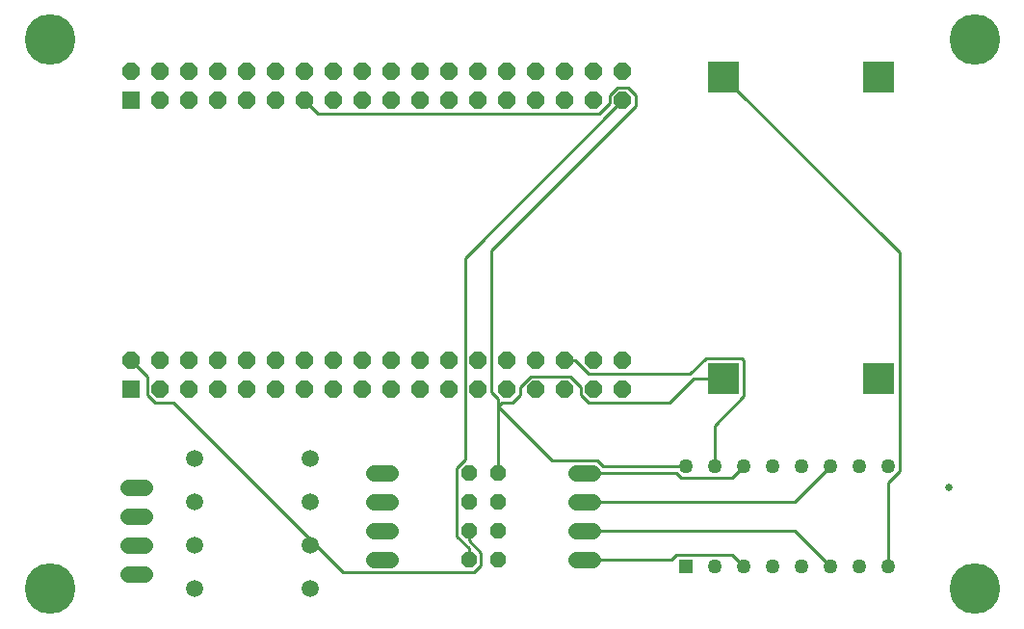
<source format=gbr>
G04 EAGLE Gerber RS-274X export*
G75*
%MOIN*%
%FSLAX34Y34*%
%LPD*%
%INBottom Copper*%
%IPPOS*%
%AMOC8*
5,1,8,0,0,1.08239X$1,22.5*%
G01*
%ADD10R,0.110236X0.110236*%
%ADD11R,0.060000X0.060000*%
%ADD12P,0.064943X8X22.500000*%
%ADD13R,0.049606X0.049606*%
%ADD14C,0.049606*%
%ADD15C,0.056000*%
%ADD16P,0.060614X8X112.500000*%
%ADD17C,0.059055*%
%ADD18C,0.175000*%
%ADD19C,0.025780*%
%ADD20C,0.010000*%


D10*
X24819Y19213D03*
X30181Y19213D03*
X30181Y8787D03*
X24819Y8787D03*
D11*
X4327Y8390D03*
D12*
X4327Y9390D03*
X5327Y8390D03*
X5327Y9390D03*
X6327Y8390D03*
X6327Y9390D03*
X7327Y8390D03*
X7327Y9390D03*
X8327Y8390D03*
X8327Y9390D03*
X9327Y8390D03*
X9327Y9390D03*
X10327Y8390D03*
X10327Y9390D03*
X11327Y8390D03*
X11327Y9390D03*
X12327Y8390D03*
X12327Y9390D03*
X13327Y8390D03*
X13327Y9390D03*
X14327Y8390D03*
X14327Y9390D03*
X15327Y8390D03*
X15327Y9390D03*
X16327Y8390D03*
X16327Y9390D03*
X17327Y8390D03*
X17327Y9390D03*
X18327Y8390D03*
X18327Y9390D03*
X19327Y8390D03*
X19327Y9390D03*
X20327Y8390D03*
X20327Y9390D03*
X21327Y8390D03*
X21327Y9390D03*
D11*
X4327Y18390D03*
D12*
X4327Y19390D03*
X5327Y18390D03*
X5327Y19390D03*
X6327Y18390D03*
X6327Y19390D03*
X7327Y18390D03*
X7327Y19390D03*
X8327Y18390D03*
X8327Y19390D03*
X9327Y18390D03*
X9327Y19390D03*
X10327Y18390D03*
X10327Y19390D03*
X11327Y18390D03*
X11327Y19390D03*
X12327Y18390D03*
X12327Y19390D03*
X13327Y18390D03*
X13327Y19390D03*
X14327Y18390D03*
X14327Y19390D03*
X15327Y18390D03*
X15327Y19390D03*
X16327Y18390D03*
X16327Y19390D03*
X17327Y18390D03*
X17327Y19390D03*
X18327Y18390D03*
X18327Y19390D03*
X19327Y18390D03*
X19327Y19390D03*
X20327Y18390D03*
X20327Y19390D03*
X21327Y18390D03*
X21327Y19390D03*
D13*
X23500Y2268D03*
D14*
X24500Y2268D03*
X25500Y2268D03*
X26500Y2268D03*
X27500Y2268D03*
X28500Y2268D03*
X29500Y2268D03*
X30500Y2268D03*
X30500Y5732D03*
X29500Y5732D03*
X28500Y5732D03*
X27500Y5732D03*
X26500Y5732D03*
X25500Y5732D03*
X24500Y5732D03*
X23500Y5732D03*
D15*
X20280Y2500D02*
X19720Y2500D01*
X19720Y3500D02*
X20280Y3500D01*
X20280Y4500D02*
X19720Y4500D01*
X19720Y5500D02*
X20280Y5500D01*
D16*
X17000Y2500D03*
X16000Y2500D03*
X17000Y3500D03*
X16000Y3500D03*
X17000Y4500D03*
X16000Y4500D03*
X17000Y5500D03*
X16000Y5500D03*
D15*
X13280Y2500D02*
X12720Y2500D01*
X12720Y3500D02*
X13280Y3500D01*
X13280Y4500D02*
X12720Y4500D01*
X12720Y5500D02*
X13280Y5500D01*
X4780Y2000D02*
X4220Y2000D01*
X4220Y3000D02*
X4780Y3000D01*
X4780Y4000D02*
X4220Y4000D01*
X4220Y5000D02*
X4780Y5000D01*
D17*
X10500Y6000D03*
X6500Y6000D03*
X10500Y1500D03*
X6500Y1500D03*
X10500Y3000D03*
X6500Y3000D03*
X10500Y4500D03*
X6500Y4500D03*
D18*
X1500Y1500D03*
X1500Y20500D03*
X33500Y20500D03*
X33500Y1500D03*
D19*
X32600Y5000D03*
D20*
X17000Y5500D02*
X17000Y7800D01*
X17000Y8080D01*
X16777Y8303D01*
X21777Y18203D02*
X21777Y18576D01*
X21513Y18840D01*
X21140Y18840D01*
X20877Y18576D01*
X10777Y17940D02*
X10327Y18390D01*
X20877Y18303D02*
X20877Y18576D01*
X20877Y18303D02*
X20513Y17940D01*
X10777Y17940D01*
X16777Y13203D02*
X16777Y8303D01*
X16777Y13203D02*
X21777Y18203D01*
X20656Y5732D02*
X23500Y5732D01*
X20656Y5732D02*
X20458Y5930D01*
X18870Y5930D02*
X17000Y7800D01*
X18870Y5930D02*
X20458Y5930D01*
X23787Y8787D02*
X24819Y8787D01*
X20140Y7940D02*
X19877Y8203D01*
X17777Y8203D02*
X17513Y7940D01*
X17140Y7940D02*
X17000Y7800D01*
X17140Y7940D02*
X17513Y7940D01*
X19877Y8203D02*
X19877Y8476D01*
X17777Y8476D02*
X17777Y8203D01*
X19513Y8840D02*
X19877Y8476D01*
X19513Y8840D02*
X18140Y8840D01*
X17777Y8476D01*
X22940Y7940D02*
X23787Y8787D01*
X22940Y7940D02*
X20140Y7940D01*
X16430Y2322D02*
X16178Y2070D01*
X5140Y7940D02*
X4877Y8203D01*
X4877Y8840D02*
X4327Y9390D01*
X5140Y7940D02*
X5777Y7940D01*
X4877Y8203D02*
X4877Y8840D01*
X16000Y3500D02*
X16000Y3175D01*
X16430Y2745D01*
X16430Y2322D01*
X16178Y2070D02*
X11647Y2070D01*
X5777Y7940D01*
X30500Y5169D02*
X30500Y2268D01*
X30500Y5169D02*
X30898Y5567D01*
X30898Y13133D02*
X24819Y19213D01*
X30898Y13133D02*
X30898Y5567D01*
X23024Y2500D02*
X20000Y2500D01*
X23024Y2500D02*
X23190Y2666D01*
X25102Y2666D01*
X25500Y2268D01*
X27268Y3500D02*
X20000Y3500D01*
X27268Y3500D02*
X28500Y2268D01*
X27268Y4500D02*
X20000Y4500D01*
X27268Y4500D02*
X28500Y5732D01*
X23169Y5500D02*
X20000Y5500D01*
X23169Y5500D02*
X23335Y5334D01*
X25102Y5334D01*
X25500Y5732D01*
X16000Y2892D02*
X16000Y2500D01*
X16000Y2892D02*
X15570Y3322D01*
X15570Y5678D02*
X15877Y5985D01*
X15877Y12940D01*
X21327Y18390D01*
X15570Y5678D02*
X15570Y3322D01*
X25520Y8174D02*
X25520Y9401D01*
X25432Y9489D01*
X24206Y9489D01*
X19690Y9390D02*
X19327Y9390D01*
X23657Y8940D02*
X24206Y9489D01*
X23657Y8940D02*
X20140Y8940D01*
X19690Y9390D01*
X24500Y7154D02*
X24500Y5732D01*
X24500Y7154D02*
X25520Y8174D01*
M02*

</source>
